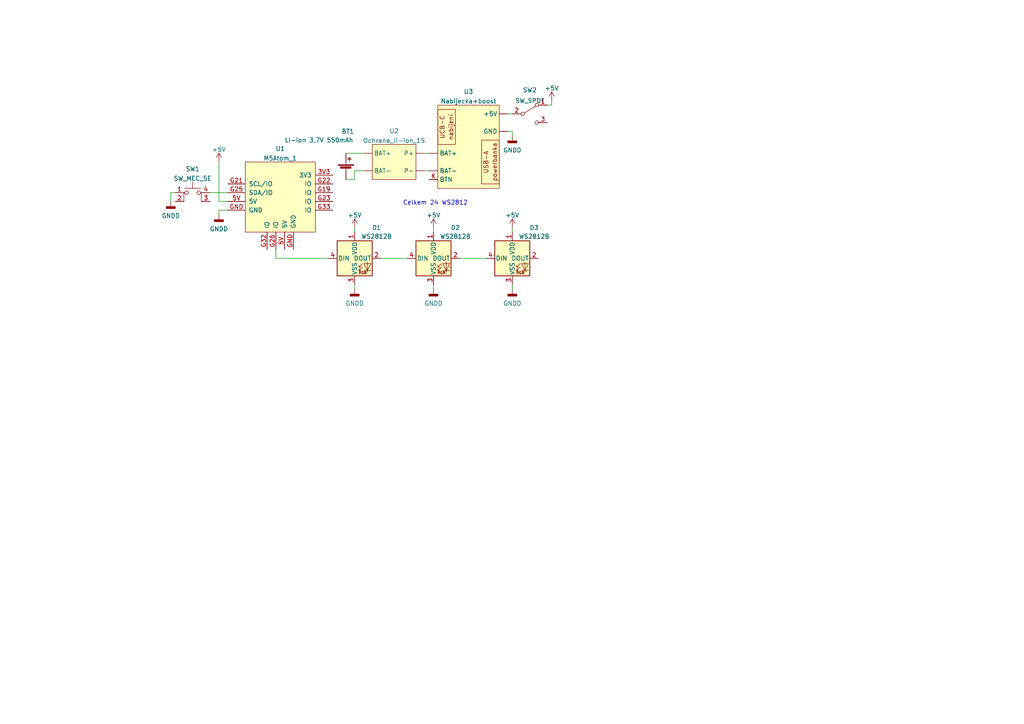
<source format=kicad_sch>
(kicad_sch (version 20211123) (generator eeschema)
  (paper "A4")
  (lib_symbols
    (symbol "Device:Battery_Cell" (pin_numbers hide) (pin_names (offset 0) hide)
      (property "Reference" "BT" (at 2.54 2.54 0))
      (property "Value" "Battery_Cell" (at 2.54 0 0))
      (symbol "Battery_Cell_0_1"
        (rectangle (start -2.286 1.778) (end 2.286 1.524) (fill (type outline)))
        (rectangle (start -1.5748 1.1938) (end 1.4732 0.6858) (fill (type outline)))
        (polyline (pts (xy 0 0.762) (xy 0 0)))
        (polyline (pts (xy 0 1.778) (xy 0 2.54)))
        (polyline (pts (xy 0.508 3.429) (xy 1.524 3.429)) (stroke (width 0.254)))
        (polyline (pts (xy 1.016 3.937) (xy 1.016 2.921)) (stroke (width 0.254)))
      )
      (symbol "Battery_Cell_1_1"
        (pin passive line (at 0 5.08 270) (length 2.54) (name "+") (number "1"))
        (pin passive line (at 0 -2.54 90) (length 2.54) (name "-") (number "2"))
      )
    )
    (symbol "LED:WS2812B" (pin_names (offset 0.254))
      (property "Reference" "D" (at 5.08 5.715 0))
      (property "Value" "WS2812B" (at 1.27 -5.715 0))
      (symbol "WS2812B_0_0"
        (text "RGB" (at 2.286 -4.191 0) (effects (font (size 0.762 0.762))))
      )
      (symbol "WS2812B_0_1"
        (polyline (pts (xy 1.27 -3.556) (xy 1.778 -3.556)))
        (polyline (pts (xy 1.27 -2.54) (xy 1.778 -2.54)))
        (polyline (pts (xy 4.699 -3.556) (xy 2.667 -3.556)))
        (polyline (pts (xy 2.286 -2.54) (xy 1.27 -3.556) (xy 1.27 -3.048)))
        (polyline (pts (xy 2.286 -1.524) (xy 1.27 -2.54) (xy 1.27 -2.032)))
        (polyline (pts (xy 3.683 -1.016) (xy 3.683 -3.556) (xy 3.683 -4.064)))
        (polyline (pts (xy 4.699 -1.524) (xy 2.667 -1.524) (xy 3.683 -3.556) (xy 4.699 -1.524)))
        (rectangle (start 5.08 5.08) (end -5.08 -5.08) (stroke (width 0.254)) (fill (type background)))
      )
      (symbol "WS2812B_1_1"
        (pin power_in line (at 0 7.62 270) (length 2.54) (name "VDD") (number "1"))
        (pin output line (at 7.62 0 180) (length 2.54) (name "DOUT") (number "2"))
        (pin power_in line (at 0 -7.62 90) (length 2.54) (name "VSS") (number "3"))
        (pin input line (at -7.62 0 0) (length 2.54) (name "DIN") (number "4"))
      )
    )
    (symbol "SPS_elit:M5Atom_1" (pin_names (offset 1.016))
      (property "Reference" "U" (at -8.89 11.43 0))
      (property "Value" "M5Atom_1" (at 0 8.89 0))
      (symbol "M5Atom_1_0_1"
        (rectangle (start 10.16 -10.16) (end -10.16 10.16) (fill (type background)))
      )
      (symbol "M5Atom_1_1_1"
        (pin passive line (at 15.24 6.35 180) (length 5.08) (name "3V3") (number "3V3"))
        (pin passive line (at -15.24 -1.27 0) (length 5.08) (name "5V") (number "5V"))
        (pin passive line (at 1.27 -15.24 90) (length 5.08) (name "5V") (number "5V"))
        (pin passive line (at 15.24 1.27 180) (length 5.08) (name "IO") (number "G19"))
        (pin passive line (at -15.24 3.81 0) (length 5.08) (name "SCL/IO") (number "G21"))
        (pin passive line (at 15.24 3.81 180) (length 5.08) (name "IO") (number "G22"))
        (pin passive line (at 15.24 -1.27 180) (length 5.08) (name "IO") (number "G23"))
        (pin passive line (at -15.24 1.27 0) (length 5.08) (name "SDA/IO") (number "G25"))
        (pin passive line (at -1.27 -15.24 90) (length 5.08) (name "IO") (number "G26"))
        (pin passive line (at -3.81 -15.24 90) (length 5.08) (name "IO") (number "G32"))
        (pin passive line (at 15.24 -3.81 180) (length 5.08) (name "IO") (number "G33"))
        (pin passive line (at -15.24 -3.81 0) (length 5.08) (name "GND") (number "GND"))
        (pin passive line (at 3.81 -15.24 90) (length 5.08) (name "GND") (number "GND"))
      )
    )
    (symbol "SPS_elit:Nabijecka+boost"
      (property "Reference" "U" (at 0 15.24 0))
      (property "Value" "Nabijecka+boost" (at 0 12.7 0))
      (symbol "Nabijecka+boost_0_0"
        (rectangle (start -8.89 10.16) (end -3.81 0) (stroke (width 0.1524)))
        (rectangle (start -8.89 11.43) (end 8.89 -12.7) (stroke (width 0.1524)) (fill (type background)))
        (rectangle (start 3.81 1.27) (end 8.89 -11.43) (stroke (width 0.1524)))
        (text "nabíjení" (at -5.08 5.08 900) (effects (font (size 1.27 1.27))))
        (text "powerbanka" (at 7.62 -5.08 900) (effects (font (size 1.27 1.27))))
        (text "UCB-C" (at -7.62 5.08 900) (effects (font (size 1.27 1.27))))
        (text "USB-A" (at 5.08 -5.08 900) (effects (font (size 1.27 1.27))))
      )
      (symbol "Nabijecka+boost_1_1"
        (pin passive line (at 11.43 8.89 180) (length 2.54) (name "+5V") (number ""))
        (pin passive line (at -11.43 -2.54 0) (length 2.54) (name "BAT+") (number ""))
        (pin passive line (at -11.43 -7.62 0) (length 2.54) (name "BAT-") (number ""))
        (pin passive line (at 11.43 3.81 180) (length 2.54) (name "GND") (number ""))
        (pin passive line (at -11.43 -10.16 0) (length 2.54) (name "BTN") (number "K"))
      )
    )
    (symbol "SPS_elit:Ochrana_li-ion_1S"
      (property "Reference" "U" (at 0 8.89 0))
      (property "Value" "Ochrana_li-ion_1S" (at 0 6.35 0))
      (symbol "Ochrana_li-ion_1S_0_0"
        (rectangle (start -6.35 5.08) (end 6.35 -5.08) (stroke (width 0.1524)) (fill (type background)))
      )
      (symbol "Ochrana_li-ion_1S_1_1"
        (pin passive line (at -8.89 2.54 0) (length 2.54) (name "BAT+") (number ""))
        (pin passive line (at -8.89 -2.54 0) (length 2.54) (name "BAT-") (number ""))
        (pin passive line (at 8.89 2.54 180) (length 2.54) (name "P+") (number ""))
        (pin passive line (at 8.89 -2.54 180) (length 2.54) (name "P-") (number ""))
      )
    )
    (symbol "Switch:SW_MEC_5E" (pin_names (offset 1.016) hide)
      (property "Reference" "SW" (at 0.635 5.715 0))
      (property "Value" "SW_MEC_5E" (at 0 -3.175 0))
      (symbol "SW_MEC_5E_0_1"
        (circle (center -1.778 2.54) (radius 0.508))
        (polyline (pts (xy -2.286 3.81) (xy 2.286 3.81)))
        (polyline (pts (xy 0 3.81) (xy 0 5.588)))
        (polyline (pts (xy -2.54 0) (xy -2.54 2.54) (xy -2.286 2.54)))
        (polyline (pts (xy 2.54 0) (xy 2.54 2.54) (xy 2.286 2.54)))
        (circle (center 1.778 2.54) (radius 0.508))
        (pin passive line (at -5.08 2.54 0) (length 2.54) (name "1") (number "1"))
        (pin passive line (at -5.08 0 0) (length 2.54) (name "2") (number "2"))
        (pin passive line (at 5.08 0 180) (length 2.54) (name "K") (number "3"))
        (pin passive line (at 5.08 2.54 180) (length 2.54) (name "A") (number "4"))
      )
    )
    (symbol "Switch:SW_SPDT" (pin_names (offset 0) hide)
      (property "Reference" "SW" (at 0 4.318 0))
      (property "Value" "SW_SPDT" (at 0 -5.08 0))
      (symbol "SW_SPDT_0_0"
        (circle (center -2.032 0) (radius 0.508))
        (circle (center 2.032 -2.54) (radius 0.508))
      )
      (symbol "SW_SPDT_0_1"
        (polyline (pts (xy -1.524 0.254) (xy 1.651 2.286)))
        (circle (center 2.032 2.54) (radius 0.508))
      )
      (symbol "SW_SPDT_1_1"
        (pin passive line (at 5.08 2.54 180) (length 2.54) (name "A") (number "1"))
        (pin passive line (at -5.08 0 0) (length 2.54) (name "B") (number "2"))
        (pin passive line (at 5.08 -2.54 180) (length 2.54) (name "C") (number "3"))
      )
    )
    (symbol "power:+5V" (power) (pin_names (offset 0))
      (property "Value" "+5V" (at 0 3.556 0))
      (symbol "+5V_0_1"
        (polyline (pts (xy -0.762 1.27) (xy 0 2.54)))
        (polyline (pts (xy 0 0) (xy 0 2.54)))
        (polyline (pts (xy 0 2.54) (xy 0.762 1.27)))
      )
      (symbol "+5V_1_1"
        (pin power_in line (at 0 0 90) (length 0) hide (name "+5V") (number "1"))
      )
    )
    (symbol "power:GNDD" (power) (pin_names (offset 0))
      (property "Value" "GNDD" (at 0 -3.175 0))
      (symbol "GNDD_0_1"
        (rectangle (start -1.27 -1.524) (end 1.27 -2.032) (stroke (width 0.254)) (fill (type outline)))
        (polyline (pts (xy 0 0) (xy 0 -1.524)))
      )
      (symbol "GNDD_1_1"
        (pin power_in line (at 0 0 270) (length 0) hide (name "GNDD") (number "1"))
      )
    )
  )
  (wire (pts (xy 102.87 52.07) (xy 102.87 49.53)))
  (wire (pts (xy 80.01 72.39) (xy 80.01 74.93)))
  (wire (pts (xy 102.87 66.04) (xy 102.87 67.31)))
  (wire (pts (xy 158.75 30.48) (xy 160.02 30.48)))
  (wire (pts (xy 60.96 55.88) (xy 66.04 55.88)))
  (wire (pts (xy 63.5 58.42) (xy 66.04 58.42)))
  (wire (pts (xy 160.02 30.48) (xy 160.02 29.21)))
  (wire (pts (xy 102.87 82.55) (xy 102.87 83.82)))
  (wire (pts (xy 100.33 44.45) (xy 105.41 44.45)))
  (wire (pts (xy 102.87 49.53) (xy 105.41 49.53)))
  (wire (pts (xy 100.33 52.07) (xy 102.87 52.07)))
  (wire (pts (xy 123.19 44.45) (xy 124.46 44.45)))
  (wire (pts (xy 63.5 46.99) (xy 63.5 58.42)))
  (wire (pts (xy 63.5 60.96) (xy 66.04 60.96)))
  (wire (pts (xy 110.49 74.93) (xy 118.11 74.93)))
  (wire (pts (xy 49.53 55.88) (xy 50.8 55.88)))
  (wire (pts (xy 63.5 62.23) (xy 63.5 60.96)))
  (wire (pts (xy 133.35 74.93) (xy 140.97 74.93)))
  (wire (pts (xy 125.73 82.55) (xy 125.73 83.82)))
  (wire (pts (xy 148.59 38.1) (xy 147.32 38.1)))
  (wire (pts (xy 125.73 66.04) (xy 125.73 67.31)))
  (wire (pts (xy 148.59 33.02) (xy 147.32 33.02)))
  (wire (pts (xy 148.59 66.04) (xy 148.59 67.31)))
  (wire (pts (xy 123.19 49.53) (xy 124.46 49.53)))
  (wire (pts (xy 148.59 82.55) (xy 148.59 83.82)))
  (wire (pts (xy 148.59 39.37) (xy 148.59 38.1)))
  (wire (pts (xy 49.53 58.42) (xy 49.53 55.88)))
  (wire (pts (xy 80.01 74.93) (xy 95.25 74.93)))
  (text "Celkem 24 WS2812" (at 116.84 59.69 0) (effects (font (size 1.27 1.27)) (justify left bottom)))
  (symbol (lib_id "LED:WS2812B") (at 148.59 74.93 0) (unit 1)
    (property "Reference" "D3" (at 154.94 66.04 0))
    (property "Value" "WS2812B" (at 154.94 68.58 0))
    (property "Footprint" "LED_SMD:LED_WS2812B_PLCC4_5.0x5.0mm_P3.2mm" (effects hide))
    (property "Datasheet" "https://cdn-shop.adafruit.com/datasheets/WS2812B.pdf" (effects hide))
  )
  (symbol (lib_id "power:GNDD") (at 63.5 62.23 0) (unit 1)
    (property "Reference" "#PWR03" (effects hide))
    (property "Value" "GNDD" (at 63.5 66.4115 0))
  )
  (symbol (lib_id "SPS_elit:Nabijecka+boost") (at 135.89 41.91 0) (unit 1)
    (property "Reference" "U3" (at 135.89 26.5643 0))
    (property "Value" "Nabijecka+boost" (at 135.89 29.3394 0))
  )
  (symbol (lib_id "power:GNDD") (at 148.59 83.82 0) (unit 1)
    (property "Reference" "#PWR09" (effects hide))
    (property "Value" "GNDD" (at 148.59 88.0015 0))
  )
  (symbol (lib_id "power:GNDD") (at 102.87 83.82 0) (unit 1)
    (property "Reference" "#PWR05" (effects hide))
    (property "Value" "GNDD" (at 102.87 88.0015 0))
  )
  (symbol (lib_id "power:GNDD") (at 148.59 39.37 0) (unit 1)
    (property "Reference" "#PWR011" (effects hide))
    (property "Value" "GNDD" (at 148.59 43.5515 0))
  )
  (symbol (lib_id "power:+5V") (at 160.02 29.21 0) (unit 1)
    (property "Reference" "#PWR010" (effects hide))
    (property "Value" "+5V" (at 160.02 25.6055 0))
  )
  (symbol (lib_id "power:+5V") (at 125.73 66.04 0) (unit 1)
    (property "Reference" "#PWR06" (effects hide))
    (property "Value" "+5V" (at 125.73 62.4355 0))
  )
  (symbol (lib_id "LED:WS2812B") (at 125.73 74.93 0) (unit 1)
    (property "Reference" "D2" (at 132.08 66.04 0))
    (property "Value" "WS2812B" (at 132.08 68.58 0))
    (property "Footprint" "LED_SMD:LED_WS2812B_PLCC4_5.0x5.0mm_P3.2mm" (effects hide))
    (property "Datasheet" "https://cdn-shop.adafruit.com/datasheets/WS2812B.pdf" (effects hide))
  )
  (symbol (lib_id "power:+5V") (at 102.87 66.04 0) (unit 1)
    (property "Reference" "#PWR04" (effects hide))
    (property "Value" "+5V" (at 102.87 62.4355 0))
  )
  (symbol (lib_id "SPS_elit:Ochrana_li-ion_1S") (at 114.3 46.99 0) (unit 1)
    (property "Reference" "U2" (at 114.3 37.9943 0))
    (property "Value" "Ochrana_li-ion_1S" (at 114.3 40.7694 0))
  )
  (symbol (lib_id "LED:WS2812B") (at 102.87 74.93 0) (unit 1)
    (property "Reference" "D1" (at 109.22 66.04 0))
    (property "Value" "WS2812B" (at 109.22 68.58 0))
    (property "Footprint" "LED_SMD:LED_WS2812B_PLCC4_5.0x5.0mm_P3.2mm" (effects hide))
    (property "Datasheet" "https://cdn-shop.adafruit.com/datasheets/WS2812B.pdf" (effects hide))
  )
  (symbol (lib_id "Switch:SW_MEC_5E") (at 55.88 58.42 0) (unit 1)
    (property "Reference" "SW1" (at 55.88 48.9925 0))
    (property "Value" "SW_MEC_5E" (at 55.88 51.7676 0))
    (property "Datasheet" "http://www.apem.com/int/index.php?controller=attachment&id_attachment=1371" (effects hide))
  )
  (symbol (lib_id "power:GNDD") (at 49.53 58.42 0) (unit 1)
    (property "Reference" "#PWR01" (effects hide))
    (property "Value" "GNDD" (at 49.53 62.6015 0))
  )
  (symbol (lib_id "Switch:SW_SPDT") (at 153.67 33.02 0) (unit 1)
    (property "Reference" "SW2" (at 153.67 26.1325 0))
    (property "Value" "SW_SPDT" (at 153.67 29.21 0))
  )
  (symbol (lib_id "power:GNDD") (at 125.73 83.82 0) (unit 1)
    (property "Reference" "#PWR07" (effects hide))
    (property "Value" "GNDD" (at 125.73 88.0015 0))
  )
  (symbol (lib_id "Device:Battery_Cell") (at 100.33 49.53 0) (unit 1)
    (property "Reference" "BT1" (at 99.06 38.1 0) (effects (justify left)))
    (property "Value" "Li-ion 3,7V 550mAh" (at 82.55 40.64 0) (effects (justify left)))
  )
  (symbol (lib_id "power:+5V") (at 63.5 46.99 0) (unit 1)
    (property "Reference" "#PWR02" (effects hide))
    (property "Value" "+5V" (at 63.5 43.3855 0))
  )
  (symbol (lib_id "power:+5V") (at 148.59 66.04 0) (unit 1)
    (property "Reference" "#PWR08" (effects hide))
    (property "Value" "+5V" (at 148.59 62.4355 0))
  )
  (symbol (lib_id "SPS_elit:M5Atom_1") (at 81.28 57.15 0) (unit 1)
    (property "Reference" "U1" (at 81.28 43.1505 0))
    (property "Value" "M5Atom_1" (at 81.28 45.9256 0))
  )
)
</source>
